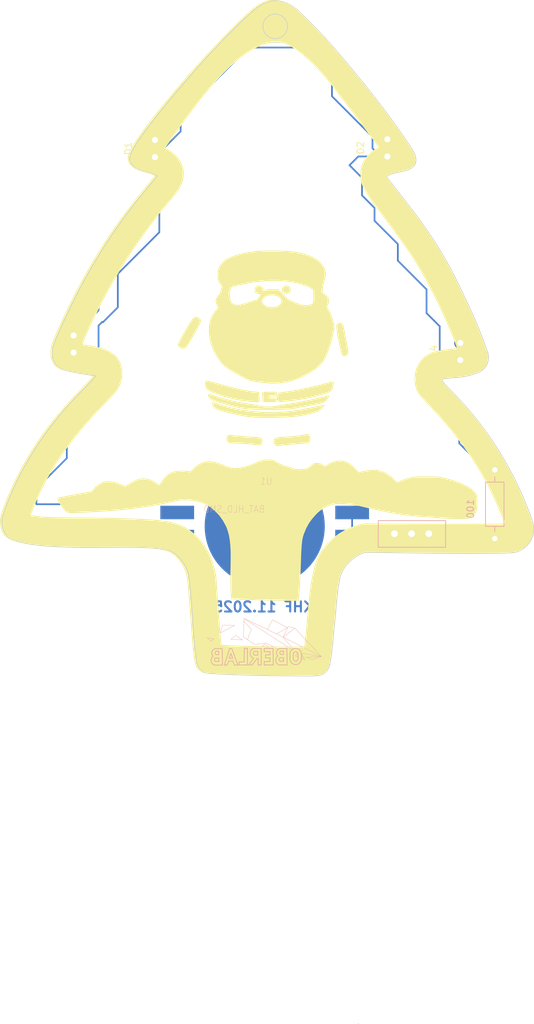
<source format=kicad_pcb>
(kicad_pcb (version 20241229) (generator "pcbnew") (generator_version "9.0")
  (layers (0 "F.Cu" signal) (2 "B.Cu" signal) (13 "F.Paste" user) (15 "B.Paste" user) (5 "F.SilkS" user) (7 "B.SilkS" user) (1 "F.Mask" user) (3 "B.Mask" user) (25 "Edge.Cuts" user))
  (net 0 "")
  (net 1 "Net-(D1-K)")
  (net 2 "Net-(D1-A)")
  (net 3 "Net-(S1-E)")
  (net 4 "Net-(S1-A-Pad1)")
  (footprint "!Goody:ob-logo_B.SilkS" (layer "F.Cu") (at 147.95 158.05)
    (property "Reference" "G***" (hide yes))
    (property "Value" "LOGO" (hide yes))
  )
  (footprint "LED_THT:LED_D4.0mm" (layer "F.Cu") (at 114.4 97.94 90)
    (property "Reference" "D3" (hide yes))
    (property "Value" "LED" (hide yes))
  )
  (footprint "LOGO" (layer "F.Cu") (at 140.934788 95.095152)
    (property "Reference" "G***" (hide yes))
    (property "Value" "LOGO" (hide yes))
  )
  (footprint "LED_THT:LED_D5.0mm" (layer "F.Cu") (at 160.85 68.95 90)
    (property "Reference" "D2")
    (property "Value" "LED" (hide yes))
  )
  (footprint "LOGO" (layer "F.Cu") (at 140.934788 95.095152)
    (property "Reference" "G***" (hide yes))
    (property "Value" "LOGO" (hide yes))
  )
  (footprint "LED_THT:LED_D5.0mm" (layer "F.Cu") (at 171.65 99.05 90)
    (property "Reference" "D4")
    (property "Value" "LED" (hide yes))
  )
  (footprint "LOGO" (layer "F.Cu") (at 140.934788 95.095152)
    (property "Reference" "G***" (hide yes))
    (property "Value" "LOGO" (hide yes))
  )
  (footprint "LOGO" (layer "F.Cu") (at 140.934788 95.095152)
    (property "Reference" "G***" (hide yes))
    (property "Value" "LOGO" (hide yes))
  )
  (footprint "LOGO" (layer "F.Cu") (at 140.934788 95.095152)
    (property "Reference" "G***" (hide yes))
    (property "Value" "LOGO" (hide yes))
  )
  (footprint "LOGO" (layer "F.Cu") (at 140.934788 95.095152)
    (property "Reference" "G***" (hide yes))
    (property "Value" "LOGO" (hide yes))
  )
  (footprint "LED_THT:LED_D5.0mm" (layer "F.Cu") (at 126.45 69.05 90)
    (property "Reference" "D1")
    (property "Value" "LED" (hide yes))
  )
  (footprint "!Goody:Micro_SchalterKHF" (layer "B.Cu") (at 161.9 124.7)
    (property "Reference" "S1" (hide yes))
    (property "Value" "Micro_Schalter" (hide yes))
  )
  (footprint "Resistor_THT:R_Axial_DIN0207_L6.3mm_D2.5mm_P10.16mm_Horizontal" (layer "B.Cu") (at 176.75 125.43 90)
    (property "Reference" "R2" (hide yes))
    (property "Value" "100")
  )
  (footprint "!Goody:BAT-HLD-SMD-Blech" (layer "B.Cu") (at 142.7 123.6)
    (property "Reference" "U1")
    (property "Value" "BAT_HLD_SMD")
  )
  (gr_line (start 178.190207 113.816532) (end 177.604685 112.837575) (stroke (width 0.1)) (layer "Edge.Cuts"))
  (gr_line (start 162.561289 71.260473) (end 163.056853 71.166282) (stroke (width 0.1)) (layer "Edge.Cuts"))
  (gr_line (start 162.176056 64.43873) (end 161.041789 62.887215) (stroke (width 0.1)) (layer "Edge.Cuts"))
  (gr_line (start 164.636414 70.507999) (end 164.822416 70.327024) (stroke (width 0.1)) (layer "Edge.Cuts"))
  (gr_line (start 108.907297 126.357766) (end 110.160891 126.492439) (stroke (width 0.1)) (layer "Edge.Cuts"))
  (gr_line (start 169.243862 102.468303) (end 168.967108 102.125668) (stroke (width 0.1)) (layer "Edge.Cuts"))
  (gr_line (start 112.839794 126.65701) (end 114.237586 126.697226) (stroke (width 0.1)) (layer "Edge.Cuts"))
  (gr_line (start 129.156098 127.520873) (end 129.385492 127.68174) (stroke (width 0.1)) (layer "Edge.Cuts"))
  (gr_line (start 145.024199 48.080991) (end 145.103309 48.120811) (stroke (width 0.1)) (layer "Edge.Cuts"))
  (gr_line (start 155.132857 128.97264) (end 155.370982 128.741659) (stroke (width 0.1)) (layer "Edge.Cuts"))
  (gr_line (start 104.112153 124.422871) (end 104.216002 124.625541) (stroke (width 0.1)) (layer "Edge.Cuts"))
  (gr_line (start 182.304737 125.262657) (end 182.415862 124.930341) (stroke (width 0.1)) (layer "Edge.Cuts"))
  (gr_line (start 117.079736 126.720509) (end 119.892518 126.703312) (stroke (width 0.1)) (layer "Edge.Cuts"))
  (gr_line (start 172.880026 101.349381) (end 173.504178 101.181106) (stroke (width 0.1)) (layer "Edge.Cuts"))
  (gr_line (start 126.850257 126.870793) (end 127.310632 126.931382) (stroke (width 0.1)) (layer "Edge.Cuts"))
  (gr_line (start 136.152996 145.431025) (end 137.694456 145.511194) (stroke (width 0.1)) (layer "Edge.Cuts"))
  (gr_line (start 153.088953 137.60519) (end 153.245057 135.924029) (stroke (width 0.1)) (layer "Edge.Cuts"))
  (gr_line (start 164.729018 68.233644) (end 164.544603 67.909265) (stroke (width 0.1)) (layer "Edge.Cuts"))
  (gr_line (start 144.338135 47.908986) (end 144.427564 47.915654) (stroke (width 0.1)) (layer "Edge.Cuts"))
  (gr_line (start 126.567683 71.699152) (end 126.777497 71.830385) (stroke (width 0.1)) (layer "Edge.Cuts"))
  (gr_line (start 122.748692 69.483269) (end 122.77515 69.631965) (stroke (width 0.1)) (layer "Edge.Cuts"))
  (gr_line (start 169.076117 101.840447) (end 169.188564 101.790176) (stroke (width 0.1)) (layer "Edge.Cuts"))
  (gr_line (start 157.647189 127.431179) (end 159.029635 127.452346) (stroke (width 0.1)) (layer "Edge.Cuts"))
  (gr_line (start 111.476662 126.590335) (end 112.839794 126.65701) (stroke (width 0.1)) (layer "Edge.Cuts"))
  (gr_line (start 141.62563 46.900634) (end 141.171341 47.251497) (stroke (width 0.1)) (layer "Edge.Cuts"))
  (gr_line (start 124.383815 66.054538) (end 123.946459 66.692183) (stroke (width 0.1)) (layer "Edge.Cuts"))
  (gr_line (start 169.900293 127.595485) (end 172.27175 127.607921) (stroke (width 0.1)) (layer "Edge.Cuts"))
  (gr_line (start 104.788586 125.341238) (end 105.206653 125.516921) (stroke (width 0.1)) (layer "Edge.Cuts"))
  (gr_line (start 140.781081 145.606179) (end 143.869294 145.660948) (stroke (width 0.1)) (layer "Edge.Cuts"))
  (gr_line (start 130.016522 128.237628) (end 130.386409 128.66149) (stroke (width 0.1)) (layer "Edge.Cuts"))
  (gr_line (start 144.788191 51.457415) (end 144.701937 51.481888) (stroke (width 0.1)) (layer "Edge.Cuts"))
  (gr_line (start 180.408736 127.256819) (end 180.722266 127.097276) (stroke (width 0.1)) (layer "Edge.Cuts"))
  (gr_line (start 142.601677 46.320297) (end 142.349 46.445366) (stroke (width 0.1)) (layer "Edge.Cuts"))
  (gr_line (start 114.067194 105.235047) (end 113.19116 106.211623) (stroke (width 0.1)) (layer "Edge.Cuts"))
  (gr_line (start 144.516464 47.926687) (end 144.604041 47.942006) (stroke (width 0.1)) (layer "Edge.Cuts"))
  (gr_line (start 146.00686 50.176992) (end 145.982519 50.263166) (stroke (width 0.1)) (layer "Edge.Cuts"))
  (gr_line (start 164.93407 77.363345) (end 163.958023 76.102077) (stroke (width 0.1)) (layer "Edge.Cuts"))
  (gr_line (start 133.976007 145.261957) (end 134.289008 145.320959) (stroke (width 0.1)) (layer "Edge.Cuts"))
  (gr_line (start 144.248177 47.906764) (end 144.248177 47.906764) (stroke (width 0.1)) (layer "Edge.Cuts"))
  (gr_line (start 115.658661 103.561295) (end 114.965189 104.280432) (stroke (width 0.1)) (layer "Edge.Cuts"))
  (gr_line (start 111.582495 96.437133) (end 111.435122 96.879516) (stroke (width 0.1)) (layer "Edge.Cuts"))
  (gr_line (start 172.243704 101.476645) (end 172.880026 101.349381) (stroke (width 0.1)) (layer "Edge.Cuts"))
  (gr_line (start 153.914188 130.921294) (end 154.032985 130.611202) (stroke (width 0.1)) (layer "Edge.Cuts"))
  (gr_line (start 111.470841 99.209434) (end 111.574293 99.417131) (stroke (width 0.1)) (layer "Edge.Cuts"))
  (gr_line (start 152.634135 142.162896) (end 152.793414 140.64419) (stroke (width 0.1)) (layer "Edge.Cuts"))
  (gr_line (start 106.134758 125.823838) (end 106.641196 125.9556) (stroke (width 0.1)) (layer "Edge.Cuts"))
  (gr_line (start 146.043108 49.999721) (end 146.027233 50.089124) (stroke (width 0.1)) (layer "Edge.Cuts"))
  (gr_line (start 105.383395 118.29407) (end 104.870236 119.501362) (stroke (width 0.1)) (layer "Edge.Cuts"))
  (gr_line (start 139.401546 48.873629) (end 138.492968 49.754188) (stroke (width 0.1)) (layer "Edge.Cuts"))
  (gr_line (start 123.346649 70.468047) (end 123.547203 70.613832) (stroke (width 0.1)) (layer "Edge.Cuts"))
  (gr_line (start 152.367965 144.002013) (end 152.407917 143.671813) (stroke (width 0.1)) (layer "Edge.Cuts"))
  (gr_line (start 179.385064 127.524048) (end 179.738018 127.472984) (stroke (width 0.1)) (layer "Edge.Cuts"))
  (gr_line (start 142.742435 50.738437) (end 142.695075 50.66475) (stroke (width 0.1)) (layer "Edge.Cuts"))
  (gr_line (start 122.780177 68.868643) (end 122.738902 69.177147) (stroke (width 0.1)) (layer "Edge.Cuts"))
  (gr_line (start 143.027126 51.067287) (end 142.964156 51.007174) (stroke (width 0.1)) (layer "Edge.Cuts"))
  (gr_line (start 121.441916 78.589687) (end 120.600013 79.781898) (stroke (width 0.1)) (layer "Edge.Cuts"))
  (gr_line (start 170.778708 104.057388) (end 170.151911 103.432443) (stroke (width 0.1)) (layer "Edge.Cuts"))
  (gr_line (start 175.791498 99.120798) (end 175.826423 98.905692) (stroke (width 0.1)) (layer "Edge.Cuts"))
  (gr_line (start 131.576503 131.734093) (end 131.686041 132.828673) (stroke (width 0.1)) (layer "Edge.Cuts"))
  (gr_line (start 144.943237 48.045088) (end 145.024199 48.080991) (stroke (width 0.1)) (layer "Edge.Cuts"))
  (gr_line (start 112.029376 99.971168) (end 112.20109 100.098962) (stroke (width 0.1)) (layer "Edge.Cuts"))
  (gr_line (start 161.356643 71.583794) (end 161.587624 71.495423) (stroke (width 0.1)) (layer "Edge.Cuts"))
  (gr_line (start 174.643207 127.603158) (end 177.014136 127.5767) (stroke (width 0.1)) (layer "Edge.Cuts"))
  (gr_line (start 106.641196 125.9556) (end 107.173458 126.074398) (stroke (width 0.1)) (layer "Edge.Cuts"))
  (gr_line (start 151.746988 145.143159) (end 151.964476 144.897097) (stroke (width 0.1)) (layer "Edge.Cuts"))
  (gr_line (start 132.954187 144.540175) (end 133.161091 144.783062) (stroke (width 0.1)) (layer "Edge.Cuts"))
  (gr_line (start 116.459818 101.152002) (end 117.079736 101.249633) (stroke (width 0.1)) (layer "Edge.Cuts"))
  (gr_line (start 119.780864 80.989455) (end 118.983146 82.211034) (stroke (width 0.1)) (layer "Edge.Cuts"))
  (gr_line (start 113.360228 92.436903) (end 112.748248 93.76167) (stroke (width 0.1)) (layer "Edge.Cuts"))
  (gr_line (start 145.194326 46.067647) (end 144.729189 45.988087) (stroke (width 0.1)) (layer "Edge.Cuts"))
  (gr_line (start 145.189828 51.276149) (end 145.113628 51.319858) (stroke (width 0.1)) (layer "Edge.Cuts"))
  (gr_line (start 170.151911 103.432443) (end 169.536491 102.798502) (stroke (width 0.1)) (layer "Edge.Cuts"))
  (gr_line (start 145.982519 50.263166) (end 145.953944 50.347515) (stroke (width 0.1)) (layer "Edge.Cuts"))
  (gr_line (start 112.338938 107.210159) (end 111.512116 108.230127) (stroke (width 0.1)) (layer "Edge.Cuts"))
  (gr_line (start 144.872593 51.428866) (end 144.788191 51.457415) (stroke (width 0.1)) (layer "Edge.Cuts"))
  (gr_line (start 153.59854 132.576525) (end 153.738505 131.746528) (stroke (width 0.1)) (layer "Edge.Cuts"))
  (gr_line (start 164.544603 67.909265) (end 164.351193 67.607905) (stroke (width 0.1)) (layer "Edge.Cuts"))
  (gr_line (start 131.500568 131.19011) (end 131.576503 131.734093) (stroke (width 0.1)) (layer "Edge.Cuts"))
  (gr_line (start 124.074252 75.135027) (end 123.627636 75.689593) (stroke (width 0.1)) (layer "Edge.Cuts"))
  (gr_line (start 181.580574 120.824806) (end 181.235557 119.937924) (stroke (width 0.1)) (layer "Edge.Cuts"))
  (gr_line (start 142.434725 49.816629) (end 142.432344 49.723179) (stroke (width 0.1)) (layer "Edge.Cuts"))
  (gr_line (start 145.328734 48.263263) (end 145.399113 48.31819) (stroke (width 0.1)) (layer "Edge.Cuts"))
  (gr_line (start 154.172156 130.310372) (end 154.330112 130.020124) (stroke (width 0.1)) (layer "Edge.Cuts"))
  (gr_line (start 123.158531 70.298185) (end 123.346649 70.468047) (stroke (width 0.1)) (layer "Edge.Cuts"))
  (gr_line (start 144.433914 51.529699) (end 144.341575 51.53671) (stroke (width 0.1)) (layer "Edge.Cuts"))
  (gr_line (start 134.960785 53.3767) (end 133.251314 55.241719) (stroke (width 0.1)) (layer "Edge.Cuts"))
  (gr_line (start 111.327702 98.768109) (end 111.38882 98.993005) (stroke (width 0.1)) (layer "Edge.Cuts"))
  (gr_line (start 106.518721 115.929492) (end 105.933225 117.102917) (stroke (width 0.1)) (layer "Edge.Cuts"))
  (gr_line (start 143.472155 48.080991) (end 143.553117 48.045088) (stroke (width 0.1)) (layer "Edge.Cuts"))
  (gr_line (start 165.053926 69.106503) (end 165.012122 68.928174) (stroke (width 0.1)) (layer "Edge.Cuts"))
  (gr_line (start 180.784443 118.89044) (end 180.310575 117.853275) (stroke (width 0.1)) (layer "Edge.Cuts"))
  (gr_line (start 143.240645 48.212013) (end 143.315786 48.16452) (stroke (width 0.1)) (layer "Edge.Cuts"))
  (gr_line (start 143.097241 48.31819) (end 143.16762 48.263263) (stroke (width 0.1)) (layer "Edge.Cuts"))
  (gr_line (start 143.720069 47.985318) (end 143.80553 47.961585) (stroke (width 0.1)) (layer "Edge.Cuts"))
  (gr_line (start 143.125816 46.118765) (end 142.860704 46.21076) (stroke (width 0.1)) (layer "Edge.Cuts"))
  (gr_line (start 142.574954 50.429986) (end 142.54241 50.347515) (stroke (width 0.1)) (layer "Edge.Cuts"))
  (gr_line (start 144.524666 51.518136) (end 144.433914 51.529699) (stroke (width 0.1)) (layer "Edge.Cuts"))
  (gr_line (start 151.964476 144.897097) (end 152.142805 144.621137) (stroke (width 0.1)) (layer "Edge.Cuts"))
  (gr_line (start 132.267065 140.623023) (end 132.376602 141.740357) (stroke (width 0.1)) (layer "Edge.Cuts"))
  (gr_line (start 144.604041 47.942006) (end 144.690824 47.961585) (stroke (width 0.1)) (layer "Edge.Cuts"))
  (gr_line (start 148.655071 48.341421) (end 147.666589 47.409189) (stroke (width 0.1)) (layer "Edge.Cuts"))
  (gr_line (start 174.700093 100.695861) (end 174.88239 100.572301) (stroke (width 0.1)) (layer "Edge.Cuts"))
  (gr_line (start 172.27175 127.607921) (end 174.643207 127.603158) (stroke (width 0.1)) (layer "Edge.Cuts"))
  (gr_line (start 142.349 46.445366) (end 142.102144 46.58541) (stroke (width 0.1)) (layer "Edge.Cuts"))
  (gr_line (start 144.614095 51.502155) (end 144.524666 51.518136) (stroke (width 0.1)) (layer "Edge.Cuts"))
  (gr_line (start 175.049342 109.063298) (end 174.357987 108.157366) (stroke (width 0.1)) (layer "Edge.Cuts"))
  (gr_line (start 111.256 98.063789) (end 111.262614 98.302708) (stroke (width 0.1)) (layer "Edge.Cuts"))
  (gr_line (start 150.565096 50.273591) (end 149.62027 49.296909) (stroke (width 0.1)) (layer "Edge.Cuts"))
  (gr_line (start 114.642662 89.813827) (end 113.990994 91.120602) (stroke (width 0.1)) (layer "Edge.Cuts"))
  (gr_line (start 104.023253 124.213586) (end 104.112153 124.422871) (stroke (width 0.1)) (layer "Edge.Cuts"))
  (gr_line (start 145.801015 50.66475) (end 145.753919 50.738437) (stroke (width 0.1)) (layer "Edge.Cuts"))
  (gr_line (start 163.958023 76.102077) (end 162.39619 74.080928) (stroke (width 0.1)) (layer "Edge.Cuts"))
  (gr_line (start 143.961369 45.967873) (end 143.676149 45.995786) (stroke (width 0.1)) (layer "Edge.Cuts"))
  (gr_line (start 142.689783 48.790656) (end 142.737143 48.715514) (stroke (width 0.1)) (layer "Edge.Cuts"))
  (gr_line (start 111.435122 96.879516) (end 111.326114 97.345976) (stroke (width 0.1)) (layer "Edge.Cuts"))
  (gr_line (start 143.397543 46.04693) (end 143.125816 46.118765) (stroke (width 0.1)) (layer "Edge.Cuts"))
  (gr_line (start 144.253204 45.96528) (end 143.961369 45.967873) (stroke (width 0.1)) (layer "Edge.Cuts"))
  (gr_line (start 104.62166 125.17852) (end 104.788586 125.341238) (stroke (width 0.1)) (layer "Edge.Cuts"))
  (gr_line (start 134.612593 145.320959) (end 136.152996 145.431025) (stroke (width 0.1)) (layer "Edge.Cuts"))
  (gr_line (start 142.843241 48.572084) (end 142.901979 48.504139) (stroke (width 0.1)) (layer "Edge.Cuts"))
  (gr_line (start 147.299613 47.113597) (end 146.912528 46.838139) (stroke (width 0.1)) (layer "Edge.Cuts"))
  (gr_line (start 145.652848 48.572084) (end 145.707881 48.642595) (stroke (width 0.1)) (layer "Edge.Cuts"))
  (gr_line (start 112.156111 95.095433) (end 111.582495 96.437133) (stroke (width 0.1)) (layer "Edge.Cuts"))
  (gr_line (start 112.380478 100.21088) (end 112.755921 100.391855) (stroke (width 0.1)) (layer "Edge.Cuts"))
  (gr_line (start 146.027233 50.089124) (end 146.00686 50.176992) (stroke (width 0.1)) (layer "Edge.Cuts"))
  (gr_line (start 126.121596 71.491454) (end 126.348608 71.586969) (stroke (width 0.1)) (layer "Edge.Cuts"))
  (gr_line (start 153.39534 134.246044) (end 153.486886 133.409432) (stroke (width 0.1)) (layer "Edge.Cuts"))
  (gr_line (start 122.738902 69.177147) (end 122.748692 69.483269) (stroke (width 0.1)) (layer "Edge.Cuts"))
  (gr_line (start 123.627636 75.689593) (end 123.192662 76.252361) (stroke (width 0.1)) (layer "Edge.Cuts"))
  (gr_line (start 134.450404 145.329161) (end 134.612593 145.320959) (stroke (width 0.1)) (layer "Edge.Cuts"))
  (gr_line (start 137.694456 145.511194) (end 139.237504 145.566757) (stroke (width 0.1)) (layer "Edge.Cuts"))
  (gr_line (start 155.067505 55.360622) (end 153.300355 53.297192) (stroke (width 0.1)) (layer "Edge.Cuts"))
  (gr_line (start 142.964156 51.007174) (end 142.904095 50.944097) (stroke (width 0.1)) (layer "Edge.Cuts"))
  (gr_line (start 130.993098 129.609227) (end 131.224079 130.120401) (stroke (width 0.1)) (layer "Edge.Cuts"))
  (gr_line (start 117.696215 101.367902) (end 117.383213 101.754987) (stroke (width 0.1)) (layer "Edge.Cuts"))
  (gr_line (start 182.487564 123.529109) (end 182.377498 123.066618) (stroke (width 0.1)) (layer "Edge.Cuts"))
  (gr_line (start 107.173458 126.074398) (end 107.729373 126.180496) (stroke (width 0.1)) (layer "Edge.Cuts"))
  (gr_line (start 132.790939 144.266067) (end 132.954187 144.540175) (stroke (width 0.1)) (layer "Edge.Cuts"))
  (gr_line (start 142.467533 49.367209) (end 142.486848 49.280479) (stroke (width 0.1)) (layer "Edge.Cuts"))
  (gr_line (start 114.965189 104.280432) (end 114.067194 105.235047) (stroke (width 0.1)) (layer "Edge.Cuts"))
  (gr_line (start 152.793414 140.64419) (end 152.929674 139.122838) (stroke (width 0.1)) (layer "Edge.Cuts"))
  (gr_line (start 164.924809 70.161131) (end 165.000745 69.991798) (stroke (width 0.1)) (layer "Edge.Cuts"))
  (gr_line (start 129.605625 127.855306) (end 129.815968 128.040779) (stroke (width 0.1)) (layer "Edge.Cuts"))
  (gr_line (start 143.16762 48.263263) (end 143.240645 48.212013) (stroke (width 0.1)) (layer "Edge.Cuts"))
  (gr_line (start 143.635932 48.013179) (end 143.720069 47.985318) (stroke (width 0.1)) (layer "Edge.Cuts"))
  (gr_line (start 163.280955 66.011146) (end 162.176056 64.43873) (stroke (width 0.1)) (layer "Edge.Cuts"))
  (gr_line (start 145.985694 49.194965) (end 146.009506 49.280479) (stroke (width 0.1)) (layer "Edge.Cuts"))
  (gr_line (start 173.504178 101.181106) (end 174.112454 100.966) (stroke (width 0.1)) (layer "Edge.Cuts"))
  (gr_line (start 143.80553 47.961585) (end 143.892313 47.942006) (stroke (width 0.1)) (layer "Edge.Cuts"))
  (gr_line (start 161.612495 73.073131) (end 160.819804 72.075389) (stroke (width 0.1)) (layer "Edge.Cuts"))
  (gr_line (start 146.957507 145.728152) (end 148.929444 145.749319) (stroke (width 0.1)) (layer "Edge.Cuts"))
  (gr_line (start 125.896436 72.947983) (end 124.985741 74.041505) (stroke (width 0.1)) (layer "Edge.Cuts"))
  (gr_line (start 113.560782 100.629451) (end 114.396865 100.783967) (stroke (width 0.1)) (layer "Edge.Cuts"))
  (gr_line (start 145.646498 46.198907) (end 145.194326 46.067647) (stroke (width 0.1)) (layer "Edge.Cuts"))
  (gr_line (start 132.176578 139.504102) (end 132.267065 140.623023) (stroke (width 0.1)) (layer "Edge.Cuts"))
  (gr_line (start 104.335911 124.819216) (end 104.471298 125.00416) (stroke (width 0.1)) (layer "Edge.Cuts"))
  (gr_line (start 114.396865 100.783967) (end 114.812789 100.862019) (stroke (width 0.1)) (layer "Edge.Cuts"))
  (gr_line (start 111.26526 97.824077) (end 111.256 98.063789) (stroke (width 0.1)) (layer "Edge.Cuts"))
  (gr_line (start 151.207504 145.513046) (end 151.493253 145.349799) (stroke (width 0.1)) (layer "Edge.Cuts"))
  (gr_line (start 180.310575 117.853275) (end 179.813424 116.826693) (stroke (width 0.1)) (layer "Edge.Cuts"))
  (gr_line (start 143.541476 51.396349) (end 143.461043 51.359969) (stroke (width 0.1)) (layer "Edge.Cuts"))
  (gr_line (start 145.255709 48.212013) (end 145.328734 48.263263) (stroke (width 0.1)) (layer "Edge.Cuts"))
  (gr_line (start 145.334555 51.178279) (end 145.263382 51.228894) (stroke (width 0.1)) (layer "Edge.Cuts"))
  (gr_line (start 144.158219 47.908986) (end 144.248177 47.906764) (stroke (width 0.1)) (layer "Edge.Cuts"))
  (gr_line (start 142.452188 49.454971) (end 142.467533 49.367209) (stroke (width 0.1)) (layer "Edge.Cuts"))
  (gr_line (start 132.511804 142.853987) (end 132.678756 143.963913) (stroke (width 0.1)) (layer "Edge.Cuts"))
  (gr_line (start 150.40423 145.68529) (end 150.892121 145.624171) (stroke (width 0.1)) (layer "Edge.Cuts"))
  (gr_line (start 123.131543 68.005308) (end 122.983906 68.27386) (stroke (width 0.1)) (layer "Edge.Cuts"))
  (gr_line (start 103.891491 123.777553) (end 103.949884 123.998215) (stroke (width 0.1)) (layer "Edge.Cuts"))
  (gr_line (start 104.870236 119.501362) (end 104.394304 120.725059) (stroke (width 0.1)) (layer "Edge.Cuts"))
  (gr_line (start 156.440162 127.959816) (end 156.731732 127.802125) (stroke (width 0.1)) (layer "Edge.Cuts"))
  (gr_line (start 144.729189 45.988087) (end 144.492652 45.968958) (stroke (width 0.1)) (layer "Edge.Cuts"))
  (gr_line (start 145.263382 51.228894) (end 145.189828 51.276149) (stroke (width 0.1)) (layer "Edge.Cuts"))
  (gr_line (start 177.014136 127.5767) (end 179.385064 127.524048) (stroke (width 0.1)) (layer "Edge.Cuts"))
  (gr_line (start 130.386409 128.66149) (end 130.713169 129.120806) (stroke (width 0.1)) (layer "Edge.Cuts"))
  (gr_line (start 145.884887 50.510419) (end 145.844935 50.588709) (stroke (width 0.1)) (layer "Edge.Cuts"))
  (gr_line (start 115.219982 100.95674) (end 115.839107 101.059927) (stroke (width 0.1)) (layer "Edge.Cuts"))
  (gr_line (start 174.88239 100.572301) (end 175.051459 100.432336) (stroke (width 0.1)) (layer "Edge.Cuts"))
  (gr_line (start 145.806571 48.790656) (end 145.850227 48.867914) (stroke (width 0.1)) (layer "Edge.Cuts"))
  (gr_line (start 153.738505 131.746528) (end 153.914188 130.921294) (stroke (width 0.1)) (layer "Edge.Cuts"))
  (gr_line (start 158.700494 59.838372) (end 157.501139 58.33562) (stroke (width 0.1)) (layer "Edge.Cuts"))
  (gr_line (start 182.531485 124.238456) (end 182.530427 123.884444) (stroke (width 0.1)) (layer "Edge.Cuts"))
  (gr_line (start 113.19116 106.211623) (end 112.338938 107.210159) (stroke (width 0.1)) (layer "Edge.Cuts"))
  (gr_line (start 175.112313 96.234462) (end 174.582089 94.854927) (stroke (width 0.1)) (layer "Edge.Cuts"))
  (gr_line (start 126.348608 71.586969) (end 126.567683 71.699152) (stroke (width 0.1)) (layer "Edge.Cuts"))
  (gr_line (start 112.20109 100.098962) (end 112.380478 100.21088) (stroke (width 0.1)) (layer "Edge.Cuts"))
  (gr_line (start 145.594375 48.504139) (end 145.652848 48.572084) (stroke (width 0.1)) (layer "Edge.Cuts"))
  (gr_line (start 129.385492 127.68174) (end 129.605625 127.855306) (stroke (width 0.1)) (layer "Edge.Cuts"))
  (gr_line (start 175.601262 97.630402) (end 175.112313 96.234462) (stroke (width 0.1)) (layer "Edge.Cuts"))
  (gr_line (start 182.094923 122.159628) (end 181.929559 121.712482) (stroke (width 0.1)) (layer "Edge.Cuts"))
  (gr_line (start 144.690824 47.961585) (end 144.776285 47.985318) (stroke (width 0.1)) (layer "Edge.Cuts"))
  (gr_line (start 126.342258 72.393682) (end 125.896436 72.947983) (stroke (width 0.1)) (layer "Edge.Cuts"))
  (gr_line (start 138.492968 49.754188) (end 136.707032 51.545812) (stroke (width 0.1)) (layer "Edge.Cuts"))
  (gr_line (start 142.901979 48.504139) (end 142.963891 48.438866) (stroke (width 0.1)) (layer "Edge.Cuts"))
  (gr_line (start 145.468963 51.067287) (end 145.403082 51.124384) (stroke (width 0.1)) (layer "Edge.Cuts"))
  (gr_line (start 145.925898 49.028119) (end 145.957912 49.110801) (stroke (width 0.1)) (layer "Edge.Cuts"))
  (gr_line (start 122.77515 69.631965) (end 122.816954 69.777221) (stroke (width 0.1)) (layer "Edge.Cuts"))
  (gr_line (start 152.929674 139.122838) (end 153.088953 137.60519) (stroke (width 0.1)) (layer "Edge.Cuts"))
  (gr_line (start 182.377498 123.066618) (end 182.245735 122.610742) (stroke (width 0.1)) (layer "Edge.Cuts"))
  (gr_line (start 181.235557 119.937924) (end 180.784443 118.89044) (stroke (width 0.1)) (layer "Edge.Cuts"))
  (gr_line (start 145.957912 49.110801) (end 145.985694 49.194965) (stroke (width 0.1)) (layer "Edge.Cuts"))
  (gr_line (start 160.792287 71.912141) (end 160.851819 71.855256) (stroke (width 0.1)) (layer "Edge.Cuts"))
  (gr_line (start 175.763452 98.041564) (end 175.693602 97.832808) (stroke (width 0.1)) (layer "Edge.Cuts"))
  (gr_line (start 127.767566 127.010492) (end 128.221326 127.112092) (stroke (width 0.1)) (layer "Edge.Cuts"))
  (gr_line (start 143.461043 51.359969) (end 143.382726 51.319858) (stroke (width 0.1)) (layer "Edge.Cuts"))
  (gr_line (start 163.542628 71.052775) (end 163.778107 70.98028) (stroke (width 0.1)) (layer "Edge.Cuts"))
  (gr_line (start 176.997996 111.872905) (end 176.369612 110.921465) (stroke (width 0.1)) (layer "Edge.Cuts"))
  (gr_line (start 165.882864 78.646043) (end 164.93407 77.363345) (stroke (width 0.1)) (layer "Edge.Cuts"))
  (gr_line (start 169.188564 101.790176) (end 169.318475 101.75631) (stroke (width 0.1)) (layer "Edge.Cuts"))
  (gr_line (start 156.157587 128.132854) (end 156.440162 127.959816) (stroke (width 0.1)) (layer "Edge.Cuts"))
  (gr_line (start 182.159481 125.583067) (end 182.304737 125.262657) (stroke (width 0.1)) (layer "Edge.Cuts"))
  (gr_line (start 132.025236 137.263084) (end 132.176578 139.504102) (stroke (width 0.1)) (layer "Edge.Cuts"))
  (gr_line (start 177.604685 112.837575) (end 176.997996 111.872905) (stroke (width 0.1)) (layer "Edge.Cuts"))
  (gr_line (start 107.729373 126.180496) (end 108.907297 126.357766) (stroke (width 0.1)) (layer "Edge.Cuts"))
  (gr_line (start 153.486886 133.409432) (end 153.59854 132.576525) (stroke (width 0.1)) (layer "Edge.Cuts"))
  (gr_line (start 115.839107 101.059927) (end 116.459818 101.152002) (stroke (width 0.1)) (layer "Edge.Cuts"))
  (gr_line (start 124.921712 71.147232) (end 125.408544 71.270792) (stroke (width 0.1)) (layer "Edge.Cuts"))
  (gr_line (start 122.951362 70.051593) (end 123.045289 70.178858) (stroke (width 0.1)) (layer "Edge.Cuts"))
  (gr_line (start 119.892518 126.703312) (end 122.564806 126.689553) (stroke (width 0.1)) (layer "Edge.Cuts"))
  (gr_line (start 179.294577 115.811223) (end 178.753504 114.80766) (stroke (width 0.1)) (layer "Edge.Cuts"))
  (gr_line (start 164.437447 70.65987) (end 164.636414 70.507999) (stroke (width 0.1)) (layer "Edge.Cuts"))
  (gr_line (start 174.409051 100.837942) (end 174.700093 100.695861) (stroke (width 0.1)) (layer "Edge.Cuts"))
  (gr_line (start 151.491666 51.267841) (end 150.565096 50.273591) (stroke (width 0.1)) (layer "Edge.Cuts"))
  (gr_line (start 118.983146 82.211034) (end 118.20686 83.447166) (stroke (width 0.1)) (layer "Edge.Cuts"))
  (gr_line (start 103.949884 123.998215) (end 104.023253 124.213586) (stroke (width 0.1)) (layer "Edge.Cuts"))
  (gr_line (start 116.365098 102.852212) (end 115.658661 103.561295) (stroke (width 0.1)) (layer "Edge.Cuts"))
  (gr_line (start 107.79155 113.634499) (end 107.138321 114.773) (stroke (width 0.1)) (layer "Edge.Cuts"))
  (gr_line (start 175.051459 100.432336) (end 175.205446 100.277291) (stroke (width 0.1)) (layer "Edge.Cuts"))
  (gr_line (start 149.422627 145.743233) (end 149.914487 145.722861) (stroke (width 0.1)) (layer "Edge.Cuts"))
  (gr_line (start 142.486848 49.280479) (end 142.51066 49.194965) (stroke (width 0.1)) (layer "Edge.Cuts"))
  (gr_line (start 111.285898 98.537657) (end 111.327702 98.768109) (stroke (width 0.1)) (layer "Edge.Cuts"))
  (gr_line (start 144.954878 51.396349) (end 144.872593 51.428866) (stroke (width 0.1)) (layer "Edge.Cuts"))
  (gr_line (start 144.341575 51.53671) (end 144.248177 51.539091) (stroke (width 0.1)) (layer "Edge.Cuts"))
  (gr_line (start 165.000745 69.991798) (end 165.053132 69.818231) (stroke (width 0.1)) (layer "Edge.Cuts"))
  (gr_line (start 123.192662 76.252361) (end 122.30578 77.412822) (stroke (width 0.1)) (layer "Edge.Cuts"))
  (gr_line (start 142.737143 48.715514) (end 142.788473 48.642595) (stroke (width 0.1)) (layer "Edge.Cuts"))
  (gr_line (start 146.044166 49.454971) (end 146.055279 49.543659) (stroke (width 0.1)) (layer "Edge.Cuts"))
  (gr_line (start 168.953085 102.005282) (end 168.993302 101.911091) (stroke (width 0.1)) (layer "Edge.Cuts"))
  (gr_line (start 117.079736 101.249633) (end 117.696215 101.367902) (stroke (width 0.1)) (layer "Edge.Cuts"))
  (gr_line (start 122.875427 69.917185) (end 122.951362 70.051593) (stroke (width 0.1)) (layer "Edge.Cuts"))
  (gr_line (start 155.621542 128.524436) (end 155.884008 128.321501) (stroke (width 0.1)) (layer "Edge.Cuts"))
  (gr_line (start 173.6452 107.267574) (end 172.912041 106.394185) (stroke (width 0.1)) (layer "Edge.Cuts"))
  (gr_line (start 145.399113 48.31819) (end 145.467111 48.376742) (stroke (width 0.1)) (layer "Edge.Cuts"))
  (gr_line (start 128.221326 127.112092) (end 128.671382 127.240415) (stroke (width 0.1)) (layer "Edge.Cuts"))
  (gr_line (start 146.009506 49.280479) (end 146.028821 49.367209) (stroke (width 0.1)) (layer "Edge.Cuts"))
  (gr_line (start 144.860422 48.013179) (end 144.943237 48.045088) (stroke (width 0.1)) (layer "Edge.Cuts"))
  (gr_line (start 165.053132 69.818231) (end 165.082501 69.642548) (stroke (width 0.1)) (layer "Edge.Cuts"))
  (gr_line (start 142.860704 46.21076) (end 142.601677 46.320297) (stroke (width 0.1)) (layer "Edge.Cuts"))
  (gr_line (start 123.978738 70.844284) (end 124.441229 71.013353) (stroke (width 0.1)) (layer "Edge.Cuts"))
  (gr_line (start 181.018335 126.906511) (end 181.294295 126.687437) (stroke (width 0.1)) (layer "Edge.Cuts"))
  (gr_line (start 170.959154 101.636718) (end 171.60262 101.570043) (stroke (width 0.1)) (layer "Edge.Cuts"))
  (gr_line (start 145.890179 48.94713) (end 145.925898 49.028119) (stroke (width 0.1)) (layer "Edge.Cuts"))
  (gr_line (start 131.224079 130.120401) (end 131.403995 130.648509) (stroke (width 0.1)) (layer "Edge.Cuts"))
  (gr_line (start 170.882689 86.793876) (end 170.143709 85.379416) (stroke (width 0.1)) (layer "Edge.Cuts"))
  (gr_line (start 154.506324 129.740989) (end 154.699735 129.472702) (stroke (width 0.1)) (layer "Edge.Cuts"))
  (gr_line (start 120.600013 79.781898) (end 119.780864 80.989455) (stroke (width 0.1)) (layer "Edge.Cuts"))
  (gr_line (start 174.017204 93.488885) (end 173.42348 92.135013) (stroke (width 0.1)) (layer "Edge.Cuts"))
  (gr_line (start 145.113628 51.319858) (end 145.035311 51.359969) (stroke (width 0.1)) (layer "Edge.Cuts"))
  (gr_line (start 160.413934 127.470338) (end 165.156849 127.5386) (stroke (width 0.1)) (layer "Edge.Cuts"))
  (gr_line (start 145.753919 50.738437) (end 145.703383 50.809609) (stroke (width 0.1)) (layer "Edge.Cuts"))
  (gr_line (start 153.300355 53.297192) (end 152.402625 52.276563) (stroke (width 0.1)) (layer "Edge.Cuts"))
  (gr_line (start 164.351193 67.607905) (end 163.280955 66.011146) (stroke (width 0.1)) (layer "Edge.Cuts"))
  (gr_line (start 145.649409 50.878216) (end 145.592259 50.944097) (stroke (width 0.1)) (layer "Edge.Cuts"))
  (gr_line (start 153.245057 135.924029) (end 153.39534 134.246044) (stroke (width 0.1)) (layer "Edge.Cuts"))
  (gr_line (start 146.506922 46.590093) (end 146.084648 46.375119) (stroke (width 0.1)) (layer "Edge.Cuts"))
  (gr_line (start 103.853761 122.410188) (end 103.807777 122.866858) (stroke (width 0.1)) (layer "Edge.Cuts"))
  (gr_line (start 111.326114 97.345976) (end 111.26526 97.824077) (stroke (width 0.1)) (layer "Edge.Cuts"))
  (gr_line (start 150.892121 145.624171) (end 151.052987 145.575223) (stroke (width 0.1)) (layer "Edge.Cuts"))
  (gr_line (start 145.592259 50.944097) (end 145.532198 51.007174) (stroke (width 0.1)) (layer "Edge.Cuts"))
  (gr_line (start 149.914487 145.722861) (end 150.40423 145.68529) (stroke (width 0.1)) (layer "Edge.Cuts"))
  (gr_line (start 143.093008 51.124384) (end 143.027126 51.067287) (stroke (width 0.1)) (layer "Edge.Cuts"))
  (gr_line (start 145.403082 51.124384) (end 145.334555 51.178279) (stroke (width 0.1)) (layer "Edge.Cuts"))
  (gr_line (start 152.407917 143.671813) (end 152.532271 142.919074) (stroke (width 0.1)) (layer "Edge.Cuts"))
  (gr_line (start 157.501139 58.33562) (end 155.067505 55.360622) (stroke (width 0.1)) (layer "Edge.Cuts"))
  (gr_line (start 124.441229 71.013353) (end 124.921712 71.147232) (stroke (width 0.1)) (layer "Edge.Cuts"))
  (gr_line (start 144.068525 47.915654) (end 144.158219 47.908986) (stroke (width 0.1)) (layer "Edge.Cuts"))
  (gr_line (start 181.77954 126.175733) (end 181.983798 125.888661) (stroke (width 0.1)) (layer "Edge.Cuts"))
  (gr_line (start 105.656233 125.677523) (end 106.134758 125.823838) (stroke (width 0.1)) (layer "Edge.Cuts"))
  (gr_line (start 116.71911 85.958059) (end 116.006058 87.232026) (stroke (width 0.1)) (layer "Edge.Cuts"))
  (gr_line (start 145.75921 48.715514) (end 145.806571 48.790656) (stroke (width 0.1)) (layer "Edge.Cuts"))
  (gr_line (start 143.794417 51.481888) (end 143.708163 51.457415) (stroke (width 0.1)) (layer "Edge.Cuts"))
  (gr_line (start 143.882259 51.502155) (end 143.794417 51.481888) (stroke (width 0.1)) (layer "Edge.Cuts"))
  (gr_line (start 160.759744 71.969291) (end 160.792287 71.912141) (stroke (width 0.1)) (layer "Edge.Cuts"))
  (gr_line (start 182.415862 124.930341) (end 182.492856 124.587971) (stroke (width 0.1)) (layer "Edge.Cuts"))
  (gr_line (start 145.850227 48.867914) (end 145.890179 48.94713) (stroke (width 0.1)) (layer "Edge.Cuts"))
  (gr_line (start 175.836741 98.470983) (end 175.811077 98.255083) (stroke (width 0.1)) (layer "Edge.Cuts"))
  (gr_line (start 147.666589 47.409189) (end 147.299613 47.113597) (stroke (width 0.1)) (layer "Edge.Cuts"))
  (gr_line (start 143.892313 47.942006) (end 143.97989 47.926687) (stroke (width 0.1)) (layer "Edge.Cuts"))
  (gr_line (start 113.151472 100.527322) (end 113.560782 100.629451) (stroke (width 0.1)) (layer "Edge.Cuts"))
  (gr_line (start 157.030711 127.661631) (end 157.336304 127.537542) (stroke (width 0.1)) (layer "Edge.Cuts"))
  (gr_line (start 157.336304 127.537542) (end 157.647189 127.431179) (stroke (width 0.1)) (layer "Edge.Cuts"))
  (gr_line (start 131.869132 135.022859) (end 132.025236 137.263084) (stroke (width 0.1)) (layer "Edge.Cuts"))
  (gr_line (start 142.434461 49.633115) (end 142.441075 49.543659) (stroke (width 0.1)) (layer "Edge.Cuts"))
  (gr_line (start 122.864579 68.564901) (end 122.780177 68.868643) (stroke (width 0.1)) (layer "Edge.Cuts"))
  (gr_line (start 175.841504 98.688734) (end 175.836741 98.470983) (stroke (width 0.1)) (layer "Edge.Cuts"))
  (gr_line (start 161.006335 71.75445) (end 161.133864 71.69042) (stroke (width 0.1)) (layer "Edge.Cuts"))
  (gr_line (start 133.161091 144.783062) (end 133.404507 144.988114) (stroke (width 0.1)) (layer "Edge.Cuts"))
  (gr_line (start 180.722266 127.097276) (end 181.018335 126.906511) (stroke (width 0.1)) (layer "Edge.Cuts"))
  (gr_line (start 145.103309 48.120811) (end 145.180567 48.16452) (stroke (width 0.1)) (layer "Edge.Cuts"))
  (gr_line (start 143.161799 51.178279) (end 143.093008 51.124384) (stroke (width 0.1)) (layer "Edge.Cuts"))
  (gr_line (start 103.958139 121.964101) (end 103.853761 122.410188) (stroke (width 0.1)) (layer "Edge.Cuts"))
  (gr_line (start 143.708163 51.457415) (end 143.623761 51.428866) (stroke (width 0.1)) (layer "Edge.Cuts"))
  (gr_line (start 152.532271 142.919074) (end 152.634135 142.162896) (stroke (width 0.1)) (layer "Edge.Cuts"))
  (gr_line (start 142.441604 49.908837) (end 142.434725 49.816629) (stroke (width 0.1)) (layer "Edge.Cuts"))
  (gr_line (start 175.467913 99.927777) (end 175.575333 99.737277) (stroke (width 0.1)) (layer "Edge.Cuts"))
  (gr_line (start 143.623761 51.428866) (end 143.541476 51.396349) (stroke (width 0.1)) (layer "Edge.Cuts"))
  (gr_line (start 129.926564 59.058011) (end 128.304935 61.000526) (stroke (width 0.1)) (layer "Edge.Cuts"))
  (gr_line (start 171.60262 101.570043) (end 172.243704 101.476645) (stroke (width 0.1)) (layer "Edge.Cuts"))
  (gr_line (start 175.575333 99.737277) (end 175.665292 99.53831) (stroke (width 0.1)) (layer "Edge.Cuts"))
  (gr_line (start 164.88962 68.57522) (end 164.729018 68.233644) (stroke (width 0.1)) (layer "Edge.Cuts"))
  (gr_line (start 145.844935 50.588709) (end 145.801015 50.66475) (stroke (width 0.1)) (layer "Edge.Cuts"))
  (gr_line (start 161.587624 71.495423) (end 162.067048 71.361279) (stroke (width 0.1)) (layer "Edge.Cuts"))
  (gr_line (start 123.946459 66.692183) (end 123.527359 67.341734) (stroke (width 0.1)) (layer "Edge.Cuts"))
  (gr_line (start 124.834929 65.426683) (end 124.383815 66.054538) (stroke (width 0.1)) (layer "Edge.Cuts"))
  (gr_line (start 146.061893 49.633115) (end 146.06401 49.723179) (stroke (width 0.1)) (layer "Edge.Cuts"))
  (gr_line (start 168.967108 102.125668) (end 168.953085 102.005282) (stroke (width 0.1)) (layer "Edge.Cuts"))
  (gr_line (start 166.802819 79.94885) (end 165.882864 78.646043) (stroke (width 0.1)) (layer "Edge.Cuts"))
  (gr_line (start 122.983906 68.27386) (end 122.864579 68.564901) (stroke (width 0.1)) (layer "Edge.Cuts"))
  (gr_line (start 142.963891 48.438866) (end 143.029243 48.376742) (stroke (width 0.1)) (layer "Edge.Cuts"))
  (gr_line (start 169.689949 101.717945) (end 170.959154 101.636718) (stroke (width 0.1)) (layer "Edge.Cuts"))
  (gr_line (start 173.42348 92.135013) (end 172.807001 90.790403) (stroke (width 0.1)) (layer "Edge.Cuts"))
  (gr_line (start 142.102144 46.58541) (end 141.62563 46.900634) (stroke (width 0.1)) (layer "Edge.Cuts"))
  (gr_line (start 126.70553 62.960504) (end 125.765467 64.188963) (stroke (width 0.1)) (layer "Edge.Cuts"))
  (gr_line (start 132.678756 143.963913) (end 132.790939 144.266067) (stroke (width 0.1)) (layer "Edge.Cuts"))
  (gr_line (start 141.171341 47.251497) (end 140.736631 47.624083) (stroke (width 0.1)) (layer "Edge.Cuts"))
  (gr_line (start 136.707032 51.545812) (end 134.960785 53.3767) (stroke (width 0.1)) (layer "Edge.Cuts"))
  (gr_line (start 172.17359 89.453465) (end 170.882689 86.793876) (stroke (width 0.1)) (layer "Edge.Cuts"))
  (gr_line (start 142.441075 49.543659) (end 142.452188 49.454971) (stroke (width 0.1)) (layer "Edge.Cuts"))
  (gr_line (start 163.056853 71.166282) (end 163.542628 71.052775) (stroke (width 0.1)) (layer "Edge.Cuts"))
  (gr_line (start 131.574122 57.136689) (end 129.926564 59.058011) (stroke (width 0.1)) (layer "Edge.Cuts"))
  (gr_line (start 154.032985 130.611202) (end 154.172156 130.310372) (stroke (width 0.1)) (layer "Edge.Cuts"))
  (gr_line (start 128.304935 61.000526) (end 126.70553 62.960504) (stroke (width 0.1)) (layer "Edge.Cuts"))
  (gr_line (start 182.245735 122.610742) (end 182.094923 122.159628) (stroke (width 0.1)) (layer "Edge.Cuts"))
  (gr_line (start 142.453246 49.999721) (end 142.441604 49.908837) (stroke (width 0.1)) (layer "Edge.Cuts"))
  (gr_line (start 123.813638 126.696697) (end 124.98627 126.721039) (stroke (width 0.1)) (layer "Edge.Cuts"))
  (gr_line (start 168.545892 82.619815) (end 167.691025 81.273088) (stroke (width 0.1)) (layer "Edge.Cuts"))
  (gr_line (start 143.869294 145.660948) (end 146.957507 145.728152) (stroke (width 0.1)) (layer "Edge.Cuts"))
  (gr_line (start 125.408544 71.270792) (end 125.887969 71.40864) (stroke (width 0.1)) (layer "Edge.Cuts"))
  (gr_line (start 118.20686 83.447166) (end 117.452534 84.696262) (stroke (width 0.1)) (layer "Edge.Cuts"))
  (gr_line (start 175.737523 99.331936) (end 175.791498 99.120798) (stroke (width 0.1)) (layer "Edge.Cuts"))
  (gr_line (start 111.38882 98.993005) (end 111.470841 99.209434) (stroke (width 0.1)) (layer "Edge.Cuts"))
  (gr_line (start 143.306526 51.276149) (end 143.232972 51.228894) (stroke (width 0.1)) (layer "Edge.Cuts"))
  (gr_line (start 143.971688 51.518136) (end 143.882259 51.502155) (stroke (width 0.1)) (layer "Edge.Cuts"))
  (gr_line (start 182.530427 123.884444) (end 182.487564 123.529109) (stroke (width 0.1)) (layer "Edge.Cuts"))
  (gr_line (start 104.471298 125.00416) (end 104.62166 125.17852) (stroke (width 0.1)) (layer "Edge.Cuts"))
  (gr_line (start 143.97989 47.926687) (end 144.068525 47.915654) (stroke (width 0.1)) (layer "Edge.Cuts"))
  (gr_line (start 133.678351 145.148715) (end 133.976007 145.261957) (stroke (width 0.1)) (layer "Edge.Cuts"))
  (gr_line (start 142.611467 50.510419) (end 142.574954 50.429986) (stroke (width 0.1)) (layer "Edge.Cuts"))
  (gr_line (start 151.052987 145.575223) (end 151.207504 145.513046) (stroke (width 0.1)) (layer "Edge.Cuts"))
  (gr_line (start 162.067048 71.361279) (end 162.561289 71.260473) (stroke (width 0.1)) (layer "Edge.Cuts"))
  (gr_line (start 174.112454 100.966) (end 174.409051 100.837942) (stroke (width 0.1)) (layer "Edge.Cuts"))
  (gr_line (start 169.453676 101.734878) (end 169.689949 101.717945) (stroke (width 0.1)) (layer "Edge.Cuts"))
  (gr_line (start 114.812789 100.862019) (end 115.219982 100.95674) (stroke (width 0.1)) (layer "Edge.Cuts"))
  (gr_line (start 142.904095 50.944097) (end 142.846945 50.878216) (stroke (width 0.1)) (layer "Edge.Cuts"))
  (gr_line (start 111.574293 99.417131) (end 111.701293 99.614775) (stroke (width 0.1)) (layer "Edge.Cuts"))
  (gr_line (start 117.383213 101.754987) (end 117.054072 102.129636) (stroke (width 0.1)) (layer "Edge.Cuts"))
  (gr_line (start 104.394304 120.725059) (end 103.958139 121.964101) (stroke (width 0.1)) (layer "Edge.Cuts"))
  (gr_line (start 154.699735 129.472702) (end 154.90902 129.216586) (stroke (width 0.1)) (layer "Edge.Cuts"))
  (gr_line (start 160.819804 72.075389) (end 160.764771 72.024589) (stroke (width 0.1)) (layer "Edge.Cuts"))
  (gr_line (start 103.807777 122.866858) (end 103.819656 123.32591) (stroke (width 0.1)) (layer "Edge.Cuts"))
  (gr_line (start 143.232972 51.228894) (end 143.161799 51.178279) (stroke (width 0.1)) (layer "Edge.Cuts"))
  (gr_line (start 159.881857 61.354565) (end 158.700494 59.838372) (stroke (width 0.1)) (layer "Edge.Cuts"))
  (gr_line (start 130.713169 129.120806) (end 130.993098 129.609227) (stroke (width 0.1)) (layer "Edge.Cuts"))
  (gr_line (start 146.06401 49.723179) (end 146.061629 49.816629) (stroke (width 0.1)) (layer "Edge.Cuts"))
  (gr_line (start 146.912528 46.838139) (end 146.506922 46.590093) (stroke (width 0.1)) (layer "Edge.Cuts"))
  (gr_line (start 165.156849 127.5386) (end 169.900293 127.595485) (stroke (width 0.1)) (layer "Edge.Cuts"))
  (gr_line (start 142.695075 50.66475) (end 142.651419 50.588709) (stroke (width 0.1)) (layer "Edge.Cuts"))
  (gr_line (start 109.191988 111.413854) (end 108.476291 112.514519) (stroke (width 0.1)) (layer "Edge.Cuts"))
  (gr_line (start 144.06244 51.529699) (end 143.971688 51.518136) (stroke (width 0.1)) (layer "Edge.Cuts"))
  (gr_line (start 103.848073 123.552657) (end 103.891491 123.777553) (stroke (width 0.1)) (layer "Edge.Cuts"))
  (gr_line (start 142.469121 50.089124) (end 142.453246 49.999721) (stroke (width 0.1)) (layer "Edge.Cuts"))
  (gr_line (start 154.90902 129.216586) (end 155.132857 128.97264) (stroke (width 0.1)) (layer "Edge.Cuts"))
  (gr_line (start 174.582089 94.854927) (end 174.017204 93.488885) (stroke (width 0.1)) (layer "Edge.Cuts"))
  (gr_line (start 161.133864 71.69042) (end 161.356643 71.583794) (stroke (width 0.1)) (layer "Edge.Cuts"))
  (gr_line (start 144.776285 47.985318) (end 144.860422 48.013179) (stroke (width 0.1)) (layer "Edge.Cuts"))
  (gr_line (start 165.091232 69.464748) (end 165.081442 69.28589) (stroke (width 0.1)) (layer "Edge.Cuts"))
  (gr_line (start 181.983798 125.888661) (end 182.159481 125.583067) (stroke (width 0.1)) (layer "Edge.Cuts"))
  (gr_line (start 110.711223 109.270996) (end 109.937054 110.332238) (stroke (width 0.1)) (layer "Edge.Cuts"))
  (gr_line (start 123.75834 70.738451) (end 123.978738 70.844284) (stroke (width 0.1)) (layer "Edge.Cuts"))
  (gr_line (start 181.294295 126.687437) (end 181.549617 126.443491) (stroke (width 0.1)) (layer "Edge.Cuts"))
  (gr_line (start 178.753504 114.80766) (end 178.190207 113.816532) (stroke (width 0.1)) (layer "Edge.Cuts"))
  (gr_line (start 124.985741 74.041505) (end 124.074252 75.135027) (stroke (width 0.1)) (layer "Edge.Cuts"))
  (gr_line (start 142.570456 49.028119) (end 142.606175 48.94713) (stroke (width 0.1)) (layer "Edge.Cuts"))
  (gr_line (start 111.262614 98.302708) (end 111.285898 98.537657) (stroke (width 0.1)) (layer "Edge.Cuts"))
  (gr_line (start 140.736631 47.624083) (end 140.321765 48.00495) (stroke (width 0.1)) (layer "Edge.Cuts"))
  (gr_line (start 116.006058 87.232026) (end 115.314438 88.517635) (stroke (width 0.1)) (layer "Edge.Cuts"))
  (gr_line (start 113.990994 91.120602) (end 113.360228 92.436903) (stroke (width 0.1)) (layer "Edge.Cuts"))
  (gr_line (start 140.321765 48.00495) (end 139.401546 48.873629) (stroke (width 0.1)) (layer "Edge.Cuts"))
  (gr_line (start 146.084648 46.375119) (end 145.646498 46.198907) (stroke (width 0.1)) (layer "Edge.Cuts"))
  (gr_line (start 131.686041 132.828673) (end 131.770972 133.926692) (stroke (width 0.1)) (layer "Edge.Cuts"))
  (gr_line (start 112.748248 93.76167) (end 112.156111 95.095433) (stroke (width 0.1)) (layer "Edge.Cuts"))
  (gr_line (start 144.492652 45.968958) (end 144.253204 45.96528) (stroke (width 0.1)) (layer "Edge.Cuts"))
  (gr_line (start 169.364247 83.988238) (end 168.545892 82.619815) (stroke (width 0.1)) (layer "Edge.Cuts"))
  (gr_line (start 142.79297 50.809609) (end 142.742435 50.738437) (stroke (width 0.1)) (layer "Edge.Cuts"))
  (gr_line (start 172.912041 106.394185) (end 172.158508 105.538259) (stroke (width 0.1)) (layer "Edge.Cuts"))
  (gr_line (start 105.933225 117.102917) (end 105.383395 118.29407) (stroke (width 0.1)) (layer "Edge.Cuts"))
  (gr_line (start 152.402625 52.276563) (end 151.491666 51.267841) (stroke (width 0.1)) (layer "Edge.Cuts"))
  (gr_line (start 179.813424 116.826693) (end 179.294577 115.811223) (stroke (width 0.1)) (layer "Edge.Cuts"))
  (gr_line (start 109.937054 110.332238) (end 109.191988 111.413854) (stroke (width 0.1)) (layer "Edge.Cuts"))
  (gr_line (start 142.51066 49.194965) (end 142.538442 49.110801) (stroke (width 0.1)) (layer "Edge.Cuts"))
  (gr_line (start 151.493253 145.349799) (end 151.746988 145.143159) (stroke (width 0.1)) (layer "Edge.Cuts"))
  (gr_line (start 155.370982 128.741659) (end 155.621542 128.524436) (stroke (width 0.1)) (layer "Edge.Cuts"))
  (gr_line (start 181.929559 121.712482) (end 181.580574 120.824806) (stroke (width 0.1)) (layer "Edge.Cuts"))
  (gr_line (start 111.852634 99.799718) (end 112.029376 99.971168) (stroke (width 0.1)) (layer "Edge.Cuts"))
  (gr_line (start 133.404507 144.988114) (end 133.678351 145.148715) (stroke (width 0.1)) (layer "Edge.Cuts"))
  (gr_line (start 142.788473 48.642595) (end 142.843241 48.572084) (stroke (width 0.1)) (layer "Edge.Cuts"))
  (gr_line (start 125.765467 64.188963) (end 124.834929 65.426683) (stroke (width 0.1)) (layer "Edge.Cuts"))
  (gr_line (start 155.884008 128.321501) (end 156.157587 128.132854) (stroke (width 0.1)) (layer "Edge.Cuts"))
  (gr_line (start 139.237504 145.566757) (end 140.781081 145.606179) (stroke (width 0.1)) (layer "Edge.Cuts"))
  (gr_line (start 165.082501 69.642548) (end 165.091232 69.464748) (stroke (width 0.1)) (layer "Edge.Cuts"))
  (gr_line (start 144.701937 51.481888) (end 144.614095 51.502155) (stroke (width 0.1)) (layer "Edge.Cuts"))
  (gr_line (start 124.98627 126.721039) (end 125.922629 126.786126) (stroke (width 0.1)) (layer "Edge.Cuts"))
  (gr_line (start 131.770972 133.926692) (end 131.869132 135.022859) (stroke (width 0.1)) (layer "Edge.Cuts"))
  (gr_line (start 145.467111 48.376742) (end 145.532463 48.438866) (stroke (width 0.1)) (layer "Edge.Cuts"))
  (gr_line (start 114.237586 126.697226) (end 115.655221 126.716276) (stroke (width 0.1)) (layer "Edge.Cuts"))
  (gr_line (start 164.227104 70.787134) (end 164.437447 70.65987) (stroke (width 0.1)) (layer "Edge.Cuts"))
  (gr_line (start 129.815968 128.040779) (end 130.016522 128.237628) (stroke (width 0.1)) (layer "Edge.Cuts"))
  (gr_line (start 162.39619 74.080928) (end 161.612495 73.073131) (stroke (width 0.1)) (layer "Edge.Cuts"))
  (gr_line (start 142.432344 49.723179) (end 142.434461 49.633115) (stroke (width 0.1)) (layer "Edge.Cuts"))
  (gr_line (start 159.72152 127.466634) (end 160.413934 127.470338) (stroke (width 0.1)) (layer "Edge.Cuts"))
  (gr_line (start 125.887969 71.40864) (end 126.121596 71.491454) (stroke (width 0.1)) (layer "Edge.Cuts"))
  (gr_line (start 125.922629 126.786126) (end 126.850257 126.870793) (stroke (width 0.1)) (layer "Edge.Cuts"))
  (gr_line (start 115.314438 88.517635) (end 114.642662 89.813827) (stroke (width 0.1)) (layer "Edge.Cuts"))
  (gr_line (start 171.384339 104.700325) (end 170.778708 104.057388) (stroke (width 0.1)) (layer "Edge.Cuts"))
  (gr_line (start 142.538442 49.110801) (end 142.570456 49.028119) (stroke (width 0.1)) (layer "Edge.Cuts"))
  (gr_line (start 160.851819 71.855256) (end 161.006335 71.75445) (stroke (width 0.1)) (layer "Edge.Cuts"))
  (gr_line (start 181.549617 126.443491) (end 181.77954 126.175733) (stroke (width 0.1)) (layer "Edge.Cuts"))
  (gr_line (start 176.369612 110.921465) (end 175.72006 109.984576) (stroke (width 0.1)) (layer "Edge.Cuts"))
  (gr_line (start 117.054072 102.129636) (end 116.365098 102.852212) (stroke (width 0.1)) (layer "Edge.Cuts"))
  (gr_line (start 115.655221 126.716276) (end 117.079736 126.720509) (stroke (width 0.1)) (layer "Edge.Cuts"))
  (gr_line (start 170.143709 85.379416) (end 169.364247 83.988238) (stroke (width 0.1)) (layer "Edge.Cuts"))
  (gr_line (start 175.344882 100.108751) (end 175.467913 99.927777) (stroke (width 0.1)) (layer "Edge.Cuts"))
  (gr_line (start 163.778107 70.98028) (end 164.006971 70.892967) (stroke (width 0.1)) (layer "Edge.Cuts"))
  (gr_line (start 111.701293 99.614775) (end 111.852634 99.799718) (stroke (width 0.1)) (layer "Edge.Cuts"))
  (gr_line (start 180.079594 127.383025) (end 180.408736 127.256819) (stroke (width 0.1)) (layer "Edge.Cuts"))
  (gr_line (start 108.476291 112.514519) (end 107.79155 113.634499) (stroke (width 0.1)) (layer "Edge.Cuts"))
  (gr_line (start 131.403995 130.648509) (end 131.500568 131.19011) (stroke (width 0.1)) (layer "Edge.Cuts"))
  (gr_line (start 128.671382 127.240415) (end 128.917709 127.373765) (stroke (width 0.1)) (layer "Edge.Cuts"))
  (gr_line (start 175.811077 98.255083) (end 175.763452 98.041564) (stroke (width 0.1)) (layer "Edge.Cuts"))
  (gr_line (start 142.513835 50.263166) (end 142.489494 50.176992) (stroke (width 0.1)) (layer "Edge.Cuts"))
  (gr_line (start 164.822416 70.327024) (end 164.924809 70.161131) (stroke (width 0.1)) (layer "Edge.Cuts"))
  (gr_line (start 142.489494 50.176992) (end 142.469121 50.089124) (stroke (width 0.1)) (layer "Edge.Cuts"))
  (gr_line (start 142.54241 50.347515) (end 142.513835 50.263166) (stroke (width 0.1)) (layer "Edge.Cuts"))
  (gr_line (start 159.029635 127.452346) (end 159.72152 127.466634) (stroke (width 0.1)) (layer "Edge.Cuts"))
  (gr_line (start 146.05475 49.908837) (end 146.043108 49.999721) (stroke (width 0.1)) (layer "Edge.Cuts"))
  (gr_line (start 175.826423 98.905692) (end 175.841504 98.688734) (stroke (width 0.1)) (layer "Edge.Cuts"))
  (gr_line (start 144.248177 47.906764) (end 144.338135 47.908986) (stroke (width 0.1)) (layer "Edge.Cuts"))
  (gr_line (start 160.764771 72.024589) (end 160.759744 71.969291) (stroke (width 0.1)) (layer "Edge.Cuts"))
  (gr_line (start 112.755921 100.391855) (end 113.151472 100.527322) (stroke (width 0.1)) (layer "Edge.Cuts"))
  (gr_line (start 143.676149 45.995786) (end 143.397543 46.04693) (stroke (width 0.1)) (layer "Edge.Cuts"))
  (gr_line (start 128.917709 127.373765) (end 129.156098 127.520873) (stroke (width 0.1)) (layer "Edge.Cuts"))
  (gr_line (start 143.315786 48.16452) (end 143.393045 48.120811) (stroke (width 0.1)) (layer "Edge.Cuts"))
  (gr_line (start 164.006971 70.892967) (end 164.227104 70.787134) (stroke (width 0.1)) (layer "Edge.Cuts"))
  (gr_line (start 169.318475 101.75631) (end 169.453676 101.734878) (stroke (width 0.1)) (layer "Edge.Cuts"))
  (gr_line (start 145.703383 50.809609) (end 145.649409 50.878216) (stroke (width 0.1)) (layer "Edge.Cuts"))
  (gr_line (start 133.251314 55.241719) (end 131.574122 57.136689) (stroke (width 0.1)) (layer "Edge.Cuts"))
  (gr_line (start 145.9214 50.429986) (end 145.884887 50.510419) (stroke (width 0.1)) (layer "Edge.Cuts"))
  (gr_line (start 143.382726 51.319858) (end 143.306526 51.276149) (stroke (width 0.1)) (layer "Edge.Cuts"))
  (gr_line (start 110.160891 126.492439) (end 111.476662 126.590335) (stroke (width 0.1)) (layer "Edge.Cuts"))
  (gr_line (start 127.310632 126.931382) (end 127.767566 127.010492) (stroke (width 0.1)) (layer "Edge.Cuts"))
  (gr_line (start 123.045289 70.178858) (end 123.158531 70.298185) (stroke (width 0.1)) (layer "Edge.Cuts"))
  (gr_line (start 122.564806 126.689553) (end 123.813638 126.696697) (stroke (width 0.1)) (layer "Edge.Cuts"))
  (gr_line (start 134.289008 145.320959) (end 134.450404 145.329161) (stroke (width 0.1)) (layer "Edge.Cuts"))
  (gr_line (start 149.62027 49.296909) (end 148.655071 48.341421) (stroke (width 0.1)) (layer "Edge.Cuts"))
  (gr_line (start 123.547203 70.613832) (end 123.75834 70.738451) (stroke (width 0.1)) (layer "Edge.Cuts"))
  (gr_line (start 168.993302 101.911091) (end 169.076117 101.840447) (stroke (width 0.1)) (layer "Edge.Cuts"))
  (gr_line (start 142.846945 50.878216) (end 142.79297 50.809609) (stroke (width 0.1)) (layer "Edge.Cuts"))
  (gr_line (start 117.452534 84.696262) (end 116.71911 85.958059) (stroke (width 0.1)) (layer "Edge.Cuts"))
  (gr_line (start 172.807001 90.790403) (end 172.17359 89.453465) (stroke (width 0.1)) (layer "Edge.Cuts"))
  (gr_line (start 122.30578 77.412822) (end 121.441916 78.589687) (stroke (width 0.1)) (layer "Edge.Cuts"))
  (gr_line (start 172.158508 105.538259) (end 171.384339 104.700325) (stroke (width 0.1)) (layer "Edge.Cuts"))
  (gr_line (start 148.929444 145.749319) (end 149.422627 145.743233) (stroke (width 0.1)) (layer "Edge.Cuts"))
  (gr_line (start 126.777497 71.830385) (end 126.342258 72.393682) (stroke (width 0.1)) (layer "Edge.Cuts"))
  (gr_line (start 152.142805 144.621137) (end 152.278536 144.320041) (stroke (width 0.1)) (layer "Edge.Cuts"))
  (gr_line (start 169.536491 102.798502) (end 169.243862 102.468303) (stroke (width 0.1)) (layer "Edge.Cuts"))
  (gr_line (start 167.691025 81.273088) (end 166.802819 79.94885) (stroke (width 0.1)) (layer "Edge.Cuts"))
  (gr_line (start 142.646127 48.867914) (end 142.689783 48.790656) (stroke (width 0.1)) (layer "Edge.Cuts"))
  (gr_line (start 144.427564 47.915654) (end 144.516464 47.926687) (stroke (width 0.1)) (layer "Edge.Cuts"))
  (gr_line (start 174.357987 108.157366) (end 173.6452 107.267574) (stroke (width 0.1)) (layer "Edge.Cuts"))
  (gr_line (start 146.028821 49.367209) (end 146.044166 49.454971) (stroke (width 0.1)) (layer "Edge.Cuts"))
  (gr_line (start 165.012122 68.928174) (end 164.88962 68.57522) (stroke (width 0.1)) (layer "Edge.Cuts"))
  (gr_line (start 165.081442 69.28589) (end 165.053926 69.106503) (stroke (width 0.1)) (layer "Edge.Cuts"))
  (gr_line (start 146.055279 49.543659) (end 146.061893 49.633115) (stroke (width 0.1)) (layer "Edge.Cuts"))
  (gr_line (start 145.953944 50.347515) (end 145.9214 50.429986) (stroke (width 0.1)) (layer "Edge.Cuts"))
  (gr_line (start 146.061629 49.816629) (end 146.05475 49.908837) (stroke (width 0.1)) (layer "Edge.Cuts"))
  (gr_line (start 122.816954 69.777221) (end 122.875427 69.917185) (stroke (width 0.1)) (layer "Edge.Cuts"))
  (gr_line (start 144.154779 51.53671) (end 144.06244 51.529699) (stroke (width 0.1)) (layer "Edge.Cuts"))
  (gr_line (start 175.693602 97.832808) (end 175.601262 97.630402) (stroke (width 0.1)) (layer "Edge.Cuts"))
  (gr_line (start 154.330112 130.020124) (end 154.506324 129.740989) (stroke (width 0.1)) (layer "Edge.Cuts"))
  (gr_line (start 105.206653 125.516921) (end 105.656233 125.677523) (stroke (width 0.1)) (layer "Edge.Cuts"))
  (gr_line (start 145.707881 48.642595) (end 145.75921 48.715514) (stroke (width 0.1)) (layer "Edge.Cuts"))
  (gr_line (start 103.819656 123.32591) (end 103.848073 123.552657) (stroke (width 0.1)) (layer "Edge.Cuts"))
  (gr_line (start 104.216002 124.625541) (end 104.335911 124.819216) (stroke (width 0.1)) (layer "Edge.Cuts"))
  (gr_line (start 132.376602 141.740357) (end 132.511804 142.853987) (stroke (width 0.1)) (layer "Edge.Cuts"))
  (gr_line (start 143.393045 48.120811) (end 143.472155 48.080991) (stroke (width 0.1)) (layer "Edge.Cuts"))
  (gr_line (start 111.512116 108.230127) (end 110.711223 109.270996) (stroke (width 0.1)) (layer "Edge.Cuts"))
  (gr_line (start 107.138321 114.773) (end 106.518721 115.929492) (stroke (width 0.1)) (layer "Edge.Cuts"))
  (gr_line (start 123.527359 67.341734) (end 123.131543 68.005308) (stroke (width 0.1)) (layer "Edge.Cuts"))
  (gr_line (start 143.029243 48.376742) (end 143.097241 48.31819) (stroke (width 0.1)) (layer "Edge.Cuts"))
  (gr_line (start 144.248177 51.539091) (end 144.154779 51.53671) (stroke (width 0.1)) (layer "Edge.Cuts"))
  (gr_line (start 179.738018 127.472984) (end 180.079594 127.383025) (stroke (width 0.1)) (layer "Edge.Cuts"))
  (gr_line (start 145.532198 51.007174) (end 145.468963 51.067287) (stroke (width 0.1)) (layer "Edge.Cuts"))
  (gr_line (start 142.651419 50.588709) (end 142.611467 50.510419) (stroke (width 0.1)) (layer "Edge.Cuts"))
  (gr_line (start 175.205446 100.277291) (end 175.344882 100.108751) (stroke (width 0.1)) (layer "Edge.Cuts"))
  (gr_line (start 145.035311 51.359969) (end 144.954878 51.396349) (stroke (width 0.1)) (layer "Edge.Cuts"))
  (gr_line (start 143.553117 48.045088) (end 143.635932 48.013179) (stroke (width 0.1)) (layer "Edge.Cuts"))
  (gr_line (start 175.72006 109.984576) (end 175.049342 109.063298) (stroke (width 0.1)) (layer "Edge.Cuts"))
  (gr_line (start 152.278536 144.320041) (end 152.367965 144.002013) (stroke (width 0.1)) (layer "Edge.Cuts"))
  (gr_line (start 182.492856 124.587971) (end 182.531485 124.238456) (stroke (width 0.1)) (layer "Edge.Cuts"))
  (gr_line (start 175.665292 99.53831) (end 175.737523 99.331936) (stroke (width 0.1)) (layer "Edge.Cuts"))
  (gr_line (start 145.532463 48.438866) (end 145.594375 48.504139) (stroke (width 0.1)) (layer "Edge.Cuts"))
  (gr_line (start 156.731732 127.802125) (end 157.030711 127.661631) (stroke (width 0.1)) (layer "Edge.Cuts"))
  (gr_line (start 145.180567 48.16452) (end 145.255709 48.212013) (stroke (width 0.1)) (layer "Edge.Cuts"))
  (gr_line (start 142.606175 48.94713) (end 142.646127 48.867914) (stroke (width 0.1)) (layer "Edge.Cuts"))
  (gr_line (start 161.041789 62.887215) (end 159.881857 61.354565) (stroke (width 0.1)) (layer "Edge.Cuts"))
  (gr_text "KHF 11.2025" (at 150.1 136.4 0) (layer "B.Cu") (effects (font (size 1.5 1.5) (thickness 0.3) (bold yes)) (justify left bottom mirror)))
  (segment (start 117.84 97.94) (end 114.4 97.94) (width 0.25) (layer "B.Cu") (net 1))
  (segment (start 118.75 93.45) (end 118.7 93.45) (width 0.25) (layer "B.Cu") (net 1))
  (segment (start 126.45 69.05) (end 130.25 65.25) (width 0.25) (layer "B.Cu") (net 1))
  (segment (start 156.55 68.95) (end 155.25 70.25) (width 0.25) (layer "B.Cu") (net 1))
  (segment (start 130.25 62.9) (end 139.15 54) (width 0.25) (layer "B.Cu") (net 1))
  (segment (start 160.4 68.5) (end 160.85 68.95) (width 0.25) (layer "B.Cu") (net 1))
  (segment (start 168.6 94.05) (end 168.6 97.6) (width 0.25) (layer "B.Cu") (net 1))
  (segment (start 127.1 80.15) (end 120.95 86.3) (width 0.25) (layer "B.Cu") (net 1))
  (segment (start 122 120.35) (end 123.5 118.85) (width 0.25) (layer "B.Cu") (net 1))
  (segment (start 166.65 92.1) (end 168.6 94.05) (width 0.25) (layer "B.Cu") (net 1))
  (segment (start 139.15 54) (end 139.15 52.85) (width 0.25) (layer "B.Cu") (net 1))
  (segment (start 158.65 66.05) (end 158.65 67.75) (width 0.25) (layer "B.Cu") (net 1))
  (segment (start 113.4 113.55) (end 108.9 118.05) (width 0.25) (layer "B.Cu") (net 1))
  (segment (start 158.65 67.75) (end 159.4 68.5) (width 0.25) (layer "B.Cu") (net 1))
  (segment (start 113.4 107.75) (end 113.4 113.55) (width 0.25) (layer "B.Cu") (net 1))
  (segment (start 168.6 97.6) (end 170.05 99.05) (width 0.25) (layer "B.Cu") (net 1))
  (segment (start 157.1 72.1) (end 157.1 74.7) (width 0.25) (layer "B.Cu") (net 1))
  (segment (start 130.3 71.4) (end 127.1 74.6) (width 0.25) (layer "B.Cu") (net 1))
  (segment (start 149.4 52.85) (end 149.45 52.8) (width 0.25) (layer "B.Cu") (net 1))
  (segment (start 127.95 69.05) (end 130.3 71.4) (width 0.25) (layer "B.Cu") (net 1))
  (segment (start 170.05 99.05) (end 171.65 99.05) (width 0.25) (layer "B.Cu") (net 1))
  (segment (start 139.15 52.85) (end 149.4 52.85) (width 0.25) (layer "B.Cu") (net 1))
  (segment (start 152.65 60.05) (end 158.65 66.05) (width 0.25) (layer "B.Cu") (net 1))
  (segment (start 158.95 76.55) (end 158.95 78.45) (width 0.25) (layer "B.Cu") (net 1))
  (segment (start 118.1 98.2) (end 118.1 98.65) (width 0.25) (layer "B.Cu") (net 1))
  (segment (start 149.45 52.8) (end 152.65 56) (width 0.25) (layer "B.Cu") (net 1))
  (segment (start 123.5 118.85) (end 136.2 118.85) (width 0.25) (layer "B.Cu") (net 1))
  (segment (start 159.4 68.5) (end 160.4 68.5) (width 0.25) (layer "B.Cu") (net 1))
  (segment (start 120.95 91.25) (end 118.75 93.45) (width 0.25) (layer "B.Cu") (net 1))
  (segment (start 160.85 68.95) (end 156.55 68.95) (width 0.25) (layer "B.Cu") (net 1))
  (segment (start 120.95 86.3) (end 120.95 91.25) (width 0.25) (layer "B.Cu") (net 1))
  (segment (start 155.25 70.25) (end 157.1 72.1) (width 0.25) (layer "B.Cu") (net 1))
  (segment (start 127.1 74.6) (end 127.1 80.15) (width 0.25) (layer "B.Cu") (net 1))
  (segment (start 157.1 74.7) (end 158.95 76.55) (width 0.25) (layer "B.Cu") (net 1))
  (segment (start 118.1 93.95) (end 118.1 98.2) (width 0.25) (layer "B.Cu") (net 1))
  (segment (start 126.45 69.05) (end 127.95 69.05) (width 0.25) (layer "B.Cu") (net 1))
  (segment (start 152.65 56) (end 152.65 60.05) (width 0.25) (layer "B.Cu") (net 1))
  (segment (start 108.9 118.05) (end 108.9 120.35) (width 0.25) (layer "B.Cu") (net 1))
  (segment (start 108.9 120.35) (end 122 120.35) (width 0.25) (layer "B.Cu") (net 1))
  (segment (start 118.1 98.65) (end 120.3 100.85) (width 0.25) (layer "B.Cu") (net 1))
  (segment (start 162.4 81.9) (end 162.4 84.35) (width 0.25) (layer "B.Cu") (net 1))
  (segment (start 158.95 78.45) (end 162.4 81.9) (width 0.25) (layer "B.Cu") (net 1))
  (segment (start 136.2 118.85) (end 140.7 123.35) (width 0.25) (layer "B.Cu") (net 1))
  (segment (start 130.25 65.25) (end 130.25 62.9) (width 0.25) (layer "B.Cu") (net 1))
  (segment (start 166.65 88.6) (end 166.65 92.1) (width 0.25) (layer "B.Cu") (net 1))
  (segment (start 118.1 98.2) (end 117.84 97.94) (width 0.25) (layer "B.Cu") (net 1))
  (segment (start 118.65 93.4) (end 118.1 93.95) (width 0.25) (layer "B.Cu") (net 1))
  (segment (start 162.4 84.35) (end 166.65 88.6) (width 0.25) (layer "B.Cu") (net 1))
  (segment (start 118.7 93.45) (end 118.65 93.4) (width 0.25) (layer "B.Cu") (net 1))
  (segment (start 120.3 100.85) (end 113.4 107.75) (width 0.25) (layer "B.Cu") (net 1))
  (segment (start 118.1 91.7) (end 114.4 95.4) (width 0.25) (layer "B.Cu") (net 2))
  (segment (start 171.5 111.35) (end 175.42 115.27) (width 0.25) (layer "B.Cu") (net 2))
  (segment (start 124.7 70.4) (end 125 70.4) (width 0.25) (layer "B.Cu") (net 2))
  (segment (start 125.59 66.51) (end 124.7 67.4) (width 0.25) (layer "B.Cu") (net 2))
  (segment (start 126.45 66.51) (end 125.59 66.51) (width 0.25) (layer "B.Cu") (net 2))
  (segment (start 175.42 115.27) (end 176.75 115.27) (width 0.25) (layer "B.Cu") (net 2))
  (segment (start 170.7 89.2) (end 170.7 95.56) (width 0.25) (layer "B.Cu") (net 2))
  (segment (start 174.1 100.5) (end 166.9 100.5) (width 0.25) (layer "B.Cu") (net 2))
  (segment (start 165.55 101.85) (end 171.5 107.8) (width 0.25) (layer "B.Cu") (net 2))
  (segment (start 159.25 71.1) (end 159.25 74.15) (width 0.25) (layer "B.Cu") (net 2))
  (segment (start 160.85 66.41) (end 160.85 64.4) (width 0.25) (layer "B.Cu") (net 2))
  (segment (start 124.1 80.7) (end 118.1 86.7) (width 0.25) (layer "B.Cu") (net 2))
  (segment (start 162.4 70.75) (end 159.6 70.75) (width 0.25) (layer "B.Cu") (net 2))
  (segment (start 128.8 71.05) (end 128.8 72.05) (width 0.25) (layer "B.Cu") (net 2))
  (segment (start 130.25 60.8) (end 127.9 63.15) (width 0.25) (layer "B.Cu") (net 2))
  (segment (start 163.5 81.9) (end 168.15 86.55) (width 0.25) (layer "B.Cu") (net 2))
  (segment (start 127.9 65.06) (end 126.45 66.51) (width 0.25) (layer "B.Cu") (net 2))
  (segment (start 160.85 66.41) (end 163.45 69.01) (width 0.25) (layer "B.Cu") (net 2))
  (segment (start 168.15 86.65) (end 170.7 89.2) (width 0.25) (layer "B.Cu") (net 2))
  (segment (start 174.24 99.1) (end 174.25 99.1) (width 0.25) (layer "B.Cu") (net 2))
  (segment (start 171.65 96.51) (end 174.24 99.1) (width 0.25) (layer "B.Cu") (net 2))
  (segment (start 124.1 76.75) (end 124.1 80.7) (width 0.25) (layer "B.Cu") (net 2))
  (segment (start 163.45 69.7) (end 162.4 70.75) (width 0.25) (layer "B.Cu") (net 2))
  (segment (start 137.8 52) (end 130.25 59.55) (width 0.25) (layer "B.Cu") (net 2))
  (segment (start 166.9 100.5) (end 165.55 101.85) (width 0.25) (layer "B.Cu") (net 2))
  (segment (start 160.85 64.4) (end 153.85 57.4) (width 0.25) (layer "B.Cu") (net 2))
  (segment (start 153.85 55.8) (end 150.05 52) (width 0.25) (layer "B.Cu") (net 2))
  (segment (start 170.7 95.56) (end 171.65 96.51) (width 0.25) (layer "B.Cu") (net 2))
  (segment (start 159.6 70.75) (end 159.25 71.1) (width 0.25) (layer "B.Cu") (net 2))
  (segment (start 125 70.4) (end 125.65 71.05) (width 0.25) (layer "B.Cu") (net 2))
  (segment (start 125.65 71.05) (end 128.8 71.05) (width 0.25) (layer "B.Cu") (net 2))
  (segment (start 130.25 59.55) (end 130.25 60.8) (width 0.25) (layer "B.Cu") (net 2))
  (segment (start 150.05 52) (end 137.8 52) (width 0.25) (layer "B.Cu") (net 2))
  (segment (start 127.9 63.15) (end 127.9 65.06) (width 0.25) (layer "B.Cu") (net 2))
  (segment (start 128.8 72.05) (end 124.1 76.75) (width 0.25) (layer "B.Cu") (net 2))
  (segment (start 163.45 69.01) (end 163.45 69.7) (width 0.25) (layer "B.Cu") (net 2))
  (segment (start 124.7 67.4) (end 124.7 70.4) (width 0.25) (layer "B.Cu") (net 2))
  (segment (start 168.15 86.55) (end 168.15 86.65) (width 0.25) (layer "B.Cu") (net 2))
  (segment (start 174.25 100.35) (end 174.1 100.5) (width 0.25) (layer "B.Cu") (net 2))
  (segment (start 171.5 107.8) (end 171.5 111.35) (width 0.25) (layer "B.Cu") (net 2))
  (segment (start 159.25 74.15) (end 163.5 78.4) (width 0.25) (layer "B.Cu") (net 2))
  (segment (start 118.1 86.7) (end 118.1 91.7) (width 0.25) (layer "B.Cu") (net 2))
  (segment (start 163.5 78.4) (end 163.5 81.9) (width 0.25) (layer "B.Cu") (net 2))
  (segment (start 174.25 99.1) (end 174.25 100.35) (width 0.25) (layer "B.Cu") (net 2))
  (segment (start 153.85 57.4) (end 153.85 55.8) (width 0.25) (layer "B.Cu") (net 2))
  (segment (start 164.44 124.7) (end 166.98 124.7) (width 0.25) (layer "B.Cu") (net 3))
  (segment (start 173.17 125.43) (end 176.75 125.43) (width 0.25) (layer "B.Cu") (net 3))
  (segment (start 172.4 124.7) (end 173.15 125.45) (width 0.25) (layer "B.Cu") (net 3))
  (segment (start 173.15 125.45) (end 173.17 125.43) (width 0.25) (layer "B.Cu") (net 3))
  (segment (start 166.98 124.7) (end 172.4 124.7) (width 0.25) (layer "B.Cu") (net 3))
  (segment (start 161.368 125.232) (end 161.9 124.7) (width 0.25) (layer "F.Cu") (net 4))
  (segment (start 161.376 125.124) (end 155.64 125.124) (width 0.25) (layer "B.Cu") (net 4))
  (segment (start 155.64 121.568) (end 155.64 125.124) (width 0.25) (layer "B.Cu") (net 4))
  (segment (start 161.9 124.7) (end 161.8 124.7) (width 0.25) (layer "B.Cu") (net 4))
  (segment (start 161.8 124.7) (end 161.376 125.124) (width 0.25) (layer "B.Cu") (net 4))
  (segment (start 155.214 124.7) (end 154.29 125.624) (width 0.25) (layer "B.Cu") (net 4))
  (segment (start 153.814 124.7) (end 153.64 124.874) (width 0.25) (layer "B.Cu") (net 4))
)
</source>
